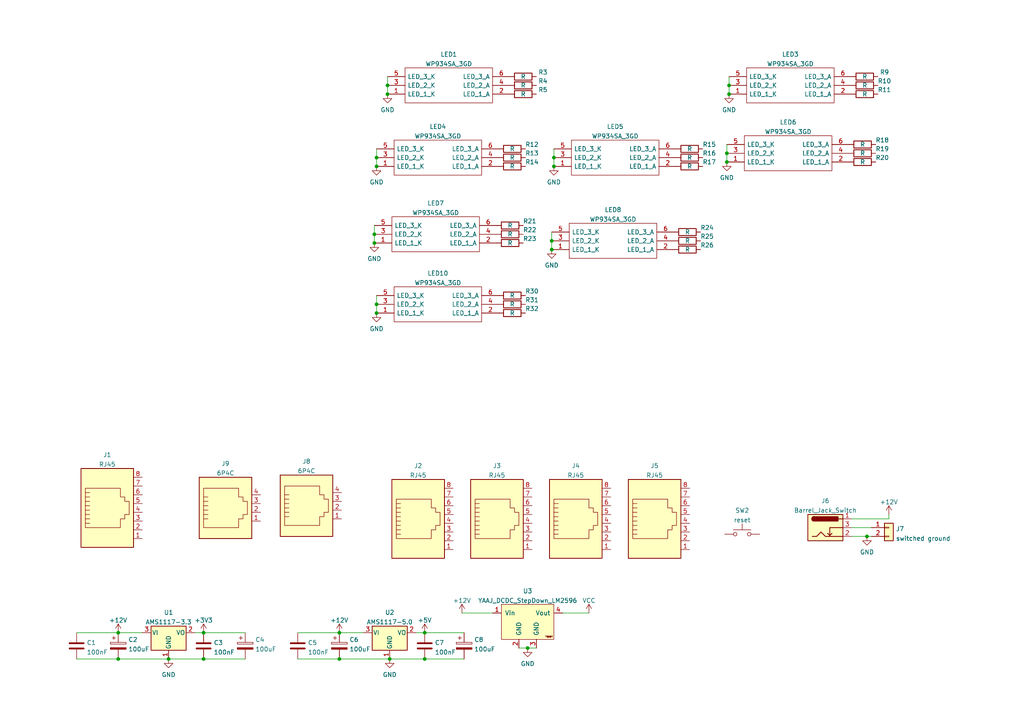
<source format=kicad_sch>
(kicad_sch (version 20211123) (generator eeschema)
  (paper "A4")
  (lib_symbols
    (symbol "Connector:6P4C" (pin_names (offset 1.016))
      (property "Reference" "J" (at -5.08 11.43 0))
      (property "Value" "6P4C" (at 2.54 11.43 0))
      (symbol "6P4C_0_1"
        (polyline (pts (xy -6.35 -1.905) (xy -5.08 -1.905) (xy -5.08 -1.905)))
        (polyline (pts (xy -6.35 -0.635) (xy -5.08 -0.635) (xy -5.08 -0.635)))
        (polyline (pts (xy -6.35 0.635) (xy -5.08 0.635) (xy -5.08 0.635)))
        (polyline (pts (xy -6.35 1.905) (xy -5.08 1.905) (xy -5.08 1.905)))
        (polyline (pts (xy -6.35 3.175) (xy -5.08 3.175) (xy -5.08 3.175)))
        (polyline (pts (xy -5.08 4.445) (xy -6.35 4.445) (xy -6.35 4.445)))
        (polyline (pts (xy -6.35 -4.445) (xy -6.35 6.985) (xy 3.81 6.985) (xy 3.81 4.445) (xy 5.08 4.445) (xy 5.08 3.175) (xy 6.35 3.175) (xy 6.35 -0.635) (xy 5.08 -0.635) (xy 5.08 -1.905) (xy 3.81 -1.905) (xy 3.81 -4.445) (xy -6.35 -4.445) (xy -6.35 -4.445)))
        (rectangle (start 7.62 10.16) (end -7.62 -7.62) (stroke (width 0.254)) (fill (type background)))
      )
      (symbol "6P4C_1_1"
        (pin passive line (at 10.16 -2.54 180) (length 2.54) (name "~") (number "1"))
        (pin passive line (at 10.16 0 180) (length 2.54) (name "~") (number "2"))
        (pin passive line (at 10.16 2.54 180) (length 2.54) (name "~") (number "3"))
        (pin passive line (at 10.16 5.08 180) (length 2.54) (name "~") (number "4"))
      )
    )
    (symbol "Connector:Barrel_Jack_Switch" (pin_names hide)
      (property "Reference" "J" (at 0 5.334 0))
      (property "Value" "Barrel_Jack_Switch" (at 0 -5.08 0))
      (symbol "Barrel_Jack_Switch_0_1"
        (rectangle (start -5.08 3.81) (end 5.08 -3.81) (stroke (width 0.254)) (fill (type background)))
        (arc (start -3.302 3.175) (mid -3.937 2.54) (end -3.302 1.905) (stroke (width 0.254)))
        (arc (start -3.302 3.175) (mid -3.937 2.54) (end -3.302 1.905) (stroke (width 0.254)) (fill (type outline)))
        (polyline (pts (xy 1.27 -2.286) (xy 1.905 -1.651)) (stroke (width 0.254)))
        (polyline (pts (xy 5.08 2.54) (xy 3.81 2.54)) (stroke (width 0.254)))
        (polyline (pts (xy 5.08 0) (xy 1.27 0) (xy 1.27 -2.286) (xy 0.635 -1.651)) (stroke (width 0.254)))
        (polyline (pts (xy -3.81 -2.54) (xy -2.54 -2.54) (xy -1.27 -1.27) (xy 0 -2.54) (xy 2.54 -2.54) (xy 5.08 -2.54)) (stroke (width 0.254)))
        (rectangle (start 3.683 3.175) (end -3.302 1.905) (stroke (width 0.254)) (fill (type outline)))
      )
      (symbol "Barrel_Jack_Switch_1_1"
        (pin passive line (at 7.62 2.54 180) (length 2.54) (name "~") (number "1"))
        (pin passive line (at 7.62 -2.54 180) (length 2.54) (name "~") (number "2"))
        (pin passive line (at 7.62 0 180) (length 2.54) (name "~") (number "3"))
      )
    )
    (symbol "Connector:RJ45" (pin_names (offset 1.016))
      (property "Reference" "J" (at -5.08 13.97 0))
      (property "Value" "RJ45" (at 2.54 13.97 0))
      (symbol "RJ45_0_1"
        (polyline (pts (xy -5.08 4.445) (xy -6.35 4.445)))
        (polyline (pts (xy -5.08 5.715) (xy -6.35 5.715)))
        (polyline (pts (xy -6.35 -3.175) (xy -5.08 -3.175) (xy -5.08 -3.175)))
        (polyline (pts (xy -6.35 -1.905) (xy -5.08 -1.905) (xy -5.08 -1.905)))
        (polyline (pts (xy -6.35 -0.635) (xy -5.08 -0.635) (xy -5.08 -0.635)))
        (polyline (pts (xy -6.35 0.635) (xy -5.08 0.635) (xy -5.08 0.635)))
        (polyline (pts (xy -6.35 1.905) (xy -5.08 1.905) (xy -5.08 1.905)))
        (polyline (pts (xy -5.08 3.175) (xy -6.35 3.175) (xy -6.35 3.175)))
        (polyline (pts (xy -6.35 -4.445) (xy -6.35 6.985) (xy 3.81 6.985) (xy 3.81 4.445) (xy 5.08 4.445) (xy 5.08 3.175) (xy 6.35 3.175) (xy 6.35 -0.635) (xy 5.08 -0.635) (xy 5.08 -1.905) (xy 3.81 -1.905) (xy 3.81 -4.445) (xy -6.35 -4.445) (xy -6.35 -4.445)))
        (rectangle (start 7.62 12.7) (end -7.62 -10.16) (stroke (width 0.254)) (fill (type background)))
      )
      (symbol "RJ45_1_1"
        (pin passive line (at 10.16 -7.62 180) (length 2.54) (name "~") (number "1"))
        (pin passive line (at 10.16 -5.08 180) (length 2.54) (name "~") (number "2"))
        (pin passive line (at 10.16 -2.54 180) (length 2.54) (name "~") (number "3"))
        (pin passive line (at 10.16 0 180) (length 2.54) (name "~") (number "4"))
        (pin passive line (at 10.16 2.54 180) (length 2.54) (name "~") (number "5"))
        (pin passive line (at 10.16 5.08 180) (length 2.54) (name "~") (number "6"))
        (pin passive line (at 10.16 7.62 180) (length 2.54) (name "~") (number "7"))
        (pin passive line (at 10.16 10.16 180) (length 2.54) (name "~") (number "8"))
      )
    )
    (symbol "Connector_Generic:Conn_01x02" (pin_names (offset 1.016) hide)
      (property "Reference" "J" (at 0 2.54 0))
      (property "Value" "Conn_01x02" (at 0 -5.08 0))
      (symbol "Conn_01x02_1_1"
        (rectangle (start -1.27 -2.413) (end 0 -2.667) (stroke (width 0.1524)))
        (rectangle (start -1.27 0.127) (end 0 -0.127) (stroke (width 0.1524)))
        (rectangle (start -1.27 1.27) (end 1.27 -3.81) (stroke (width 0.254)) (fill (type background)))
        (pin passive line (at -5.08 0 0) (length 3.81) (name "Pin_1") (number "1"))
        (pin passive line (at -5.08 -2.54 0) (length 3.81) (name "Pin_2") (number "2"))
      )
    )
    (symbol "Device:C" (pin_numbers hide) (pin_names (offset 0.254))
      (property "Reference" "C" (at 0.635 2.54 0))
      (property "Value" "C" (at 0.635 -2.54 0))
      (symbol "C_0_1"
        (polyline (pts (xy -2.032 -0.762) (xy 2.032 -0.762)) (stroke (width 0.508)))
        (polyline (pts (xy -2.032 0.762) (xy 2.032 0.762)) (stroke (width 0.508)))
      )
      (symbol "C_1_1"
        (pin passive line (at 0 3.81 270) (length 2.794) (name "~") (number "1"))
        (pin passive line (at 0 -3.81 90) (length 2.794) (name "~") (number "2"))
      )
    )
    (symbol "Device:C_Polarized" (pin_numbers hide) (pin_names (offset 0.254))
      (property "Reference" "C" (at 0.635 2.54 0))
      (property "Value" "C_Polarized" (at 0.635 -2.54 0))
      (symbol "C_Polarized_0_1"
        (rectangle (start -2.286 0.508) (end 2.286 1.016))
        (polyline (pts (xy -1.778 2.286) (xy -0.762 2.286)))
        (polyline (pts (xy -1.27 2.794) (xy -1.27 1.778)))
        (rectangle (start 2.286 -0.508) (end -2.286 -1.016) (fill (type outline)))
      )
      (symbol "C_Polarized_1_1"
        (pin passive line (at 0 3.81 270) (length 2.794) (name "~") (number "1"))
        (pin passive line (at 0 -3.81 90) (length 2.794) (name "~") (number "2"))
      )
    )
    (symbol "Device:R" (pin_numbers hide) (pin_names (offset 0))
      (property "Reference" "R" (at 2.032 0 90))
      (property "Value" "R" (at 0 0 90))
      (symbol "R_0_1"
        (rectangle (start -1.016 -2.54) (end 1.016 2.54) (stroke (width 0.254)))
      )
      (symbol "R_1_1"
        (pin passive line (at 0 3.81 270) (length 1.27) (name "~") (number "1"))
        (pin passive line (at 0 -3.81 90) (length 1.27) (name "~") (number "2"))
      )
    )
    (symbol "Evan's misc parts:WP934SA_3GD" (pin_names (offset 0.762))
      (property "Reference" "LED" (at 31.75 7.62 0))
      (property "Value" "WP934SA_3GD" (at 31.75 5.08 0))
      (symbol "WP934SA_3GD_0_0"
        (pin passive line (at 0 -5.08 0) (length 5.08) (name "LED_1_K") (number "1"))
        (pin passive line (at 35.56 -5.08 180) (length 5.08) (name "LED_1_A") (number "2"))
        (pin passive line (at 0 -2.54 0) (length 5.08) (name "LED_2_K") (number "3"))
        (pin passive line (at 35.56 -2.54 180) (length 5.08) (name "LED_2_A") (number "4"))
        (pin passive line (at 0 0 0) (length 5.08) (name "LED_3_K") (number "5"))
        (pin passive line (at 35.56 0 180) (length 5.08) (name "LED_3_A") (number "6"))
      )
      (symbol "WP934SA_3GD_0_1"
        (polyline (pts (xy 5.08 2.54) (xy 30.48 2.54) (xy 30.48 -7.62) (xy 5.08 -7.62) (xy 5.08 2.54)) (stroke (width 0.1524)))
      )
    )
    (symbol "Evan's misc parts:YAAJ_DCDC_StepDown_LM2596" (pin_names (offset 1.016))
      (property "Reference" "U" (at -5.08 6.35 0))
      (property "Value" "YAAJ_DCDC_StepDown_LM2596" (at 0 11.43 0))
      (symbol "YAAJ_DCDC_StepDown_LM2596_0_1"
        (rectangle (start -7.62 5.08) (end 7.62 -5.08) (fill (type background)))
      )
      (symbol "YAAJ_DCDC_StepDown_LM2596_1_1"
        (text "Y@@V" (at 6.1976 -4.2672 0) (effects (font (size 0.508 0.508))))
        (pin power_in line (at -10.16 2.54 0) (length 2.54) (name "Vin") (number "1"))
        (pin power_in line (at -2.54 -7.62 90) (length 2.54) (name "GND") (number "2"))
        (pin power_in line (at 2.54 -7.62 90) (length 2.54) (name "GND") (number "3"))
        (pin power_out line (at 10.16 2.54 180) (length 2.54) (name "Vout") (number "4"))
      )
    )
    (symbol "Regulator_Linear:AMS1117-3.3" (pin_names (offset 0.254))
      (property "Reference" "U" (at -3.81 3.175 0))
      (property "Value" "AMS1117-3.3" (at 0 3.175 0))
      (symbol "AMS1117-3.3_0_1"
        (rectangle (start -5.08 -5.08) (end 5.08 1.905) (stroke (width 0.254)) (fill (type background)))
      )
      (symbol "AMS1117-3.3_1_1"
        (pin power_in line (at 0 -7.62 90) (length 2.54) (name "GND") (number "1"))
        (pin power_out line (at 7.62 0 180) (length 2.54) (name "VO") (number "2"))
        (pin power_in line (at -7.62 0 0) (length 2.54) (name "VI") (number "3"))
      )
    )
    (symbol "Regulator_Linear:AMS1117-5.0" (pin_names (offset 0.254))
      (property "Reference" "U" (at -3.81 3.175 0))
      (property "Value" "AMS1117-5.0" (at 0 3.175 0))
      (symbol "AMS1117-5.0_0_1"
        (rectangle (start -5.08 -5.08) (end 5.08 1.905) (stroke (width 0.254)) (fill (type background)))
      )
      (symbol "AMS1117-5.0_1_1"
        (pin power_in line (at 0 -7.62 90) (length 2.54) (name "GND") (number "1"))
        (pin power_out line (at 7.62 0 180) (length 2.54) (name "VO") (number "2"))
        (pin power_in line (at -7.62 0 0) (length 2.54) (name "VI") (number "3"))
      )
    )
    (symbol "Switch:SW_Push" (pin_numbers hide) (pin_names (offset 1.016) hide)
      (property "Reference" "SW" (at 1.27 2.54 0))
      (property "Value" "SW_Push" (at 0 -1.524 0))
      (symbol "SW_Push_0_1"
        (circle (center -2.032 0) (radius 0.508))
        (polyline (pts (xy 0 1.27) (xy 0 3.048)))
        (polyline (pts (xy 2.54 1.27) (xy -2.54 1.27)))
        (circle (center 2.032 0) (radius 0.508))
        (pin passive line (at -5.08 0 0) (length 2.54) (name "1") (number "1"))
        (pin passive line (at 5.08 0 180) (length 2.54) (name "2") (number "2"))
      )
    )
    (symbol "power:+12V" (power) (pin_names (offset 0))
      (property "Value" "+12V" (at 0 3.556 0))
      (symbol "+12V_0_1"
        (polyline (pts (xy -0.762 1.27) (xy 0 2.54)))
        (polyline (pts (xy 0 0) (xy 0 2.54)))
        (polyline (pts (xy 0 2.54) (xy 0.762 1.27)))
      )
      (symbol "+12V_1_1"
        (pin power_in line (at 0 0 90) (length 0) hide (name "+12V") (number "1"))
      )
    )
    (symbol "power:+3.3V" (power) (pin_names (offset 0))
      (property "Value" "+3.3V" (at 0 3.556 0))
      (symbol "+3.3V_0_1"
        (polyline (pts (xy -0.762 1.27) (xy 0 2.54)))
        (polyline (pts (xy 0 0) (xy 0 2.54)))
        (polyline (pts (xy 0 2.54) (xy 0.762 1.27)))
      )
      (symbol "+3.3V_1_1"
        (pin power_in line (at 0 0 90) (length 0) hide (name "+3V3") (number "1"))
      )
    )
    (symbol "power:+5V" (power) (pin_names (offset 0))
      (property "Value" "+5V" (at 0 3.556 0))
      (symbol "+5V_0_1"
        (polyline (pts (xy -0.762 1.27) (xy 0 2.54)))
        (polyline (pts (xy 0 0) (xy 0 2.54)))
        (polyline (pts (xy 0 2.54) (xy 0.762 1.27)))
      )
      (symbol "+5V_1_1"
        (pin power_in line (at 0 0 90) (length 0) hide (name "+5V") (number "1"))
      )
    )
    (symbol "power:GND" (power) (pin_names (offset 0))
      (property "Value" "GND" (at 0 -3.81 0))
      (symbol "GND_0_1"
        (polyline (pts (xy 0 0) (xy 0 -1.27) (xy 1.27 -1.27) (xy 0 -2.54) (xy -1.27 -1.27) (xy 0 -1.27)))
      )
      (symbol "GND_1_1"
        (pin power_in line (at 0 0 270) (length 0) hide (name "GND") (number "1"))
      )
    )
    (symbol "power:VCC" (power) (pin_names (offset 0))
      (property "Value" "VCC" (at 0 3.81 0))
      (symbol "VCC_0_1"
        (polyline (pts (xy -0.762 1.27) (xy 0 2.54)))
        (polyline (pts (xy 0 0) (xy 0 2.54)))
        (polyline (pts (xy 0 2.54) (xy 0.762 1.27)))
      )
      (symbol "VCC_1_1"
        (pin power_in line (at 0 0 90) (length 0) hide (name "VCC") (number "1"))
      )
    )
  )
  (junction (at 59.055 183.515))
  (junction (at 109.22 48.26))
  (junction (at 153.035 187.96))
  (junction (at 109.22 90.805))
  (junction (at 160.02 72.39))
  (junction (at 48.895 191.135))
  (junction (at 210.82 44.45))
  (junction (at 112.395 27.305))
  (junction (at 210.82 46.99))
  (junction (at 109.22 45.72))
  (junction (at 34.29 191.135))
  (junction (at 34.29 183.515))
  (junction (at 160.02 69.85))
  (junction (at 108.585 67.945))
  (junction (at 123.19 183.515))
  (junction (at 98.425 191.135))
  (junction (at 59.055 191.135))
  (junction (at 211.455 27.305))
  (junction (at 98.425 183.515))
  (junction (at 113.03 191.135))
  (junction (at 211.455 24.765))
  (junction (at 112.395 24.765))
  (junction (at 109.22 88.265))
  (junction (at 160.655 48.26))
  (junction (at 251.46 155.575))
  (junction (at 108.585 70.485))
  (junction (at 160.655 45.72))
  (junction (at 123.19 191.135))
  (wire (pts (xy 252.73 155.575) (xy 251.46 155.575)))
  (wire (pts (xy 112.395 24.765) (xy 112.395 27.305)))
  (wire (pts (xy 160.655 45.72) (xy 160.655 48.26)))
  (wire (pts (xy 210.82 44.45) (xy 210.82 46.99)))
  (wire (pts (xy 59.055 183.515) (xy 71.12 183.515)))
  (wire (pts (xy 211.455 22.225) (xy 211.455 24.765)))
  (wire (pts (xy 86.36 191.135) (xy 98.425 191.135)))
  (wire (pts (xy 86.36 183.515) (xy 98.425 183.515)))
  (wire (pts (xy 109.22 85.725) (xy 109.22 88.265)))
  (wire (pts (xy 160.02 67.31) (xy 160.02 69.85)))
  (wire (pts (xy 108.585 67.945) (xy 108.585 70.485)))
  (wire (pts (xy 48.895 191.135) (xy 59.055 191.135)))
  (wire (pts (xy 170.815 177.8) (xy 163.195 177.8)))
  (wire (pts (xy 108.585 65.405) (xy 108.585 67.945)))
  (wire (pts (xy 109.22 43.18) (xy 109.22 45.72)))
  (wire (pts (xy 153.035 187.96) (xy 155.575 187.96)))
  (wire (pts (xy 34.29 183.515) (xy 41.275 183.515)))
  (wire (pts (xy 98.425 183.515) (xy 105.41 183.515)))
  (wire (pts (xy 113.03 191.135) (xy 123.19 191.135)))
  (wire (pts (xy 123.19 191.135) (xy 134.62 191.135)))
  (wire (pts (xy 34.29 191.135) (xy 48.895 191.135)))
  (wire (pts (xy 22.225 183.515) (xy 34.29 183.515)))
  (wire (pts (xy 257.81 149.225) (xy 257.81 150.495)))
  (wire (pts (xy 56.515 183.515) (xy 59.055 183.515)))
  (wire (pts (xy 109.22 45.72) (xy 109.22 48.26)))
  (wire (pts (xy 247.015 150.495) (xy 257.81 150.495)))
  (wire (pts (xy 252.73 153.035) (xy 247.015 153.035)))
  (wire (pts (xy 59.055 191.135) (xy 71.12 191.135)))
  (wire (pts (xy 112.395 22.225) (xy 112.395 24.765)))
  (wire (pts (xy 133.985 177.8) (xy 142.875 177.8)))
  (wire (pts (xy 109.22 88.265) (xy 109.22 90.805)))
  (wire (pts (xy 123.19 183.515) (xy 134.62 183.515)))
  (wire (pts (xy 210.82 41.91) (xy 210.82 44.45)))
  (wire (pts (xy 22.225 191.135) (xy 34.29 191.135)))
  (wire (pts (xy 153.035 187.96) (xy 150.495 187.96)))
  (wire (pts (xy 98.425 191.135) (xy 113.03 191.135)))
  (wire (pts (xy 120.65 183.515) (xy 123.19 183.515)))
  (wire (pts (xy 211.455 24.765) (xy 211.455 27.305)))
  (wire (pts (xy 251.46 155.575) (xy 247.015 155.575)))
  (wire (pts (xy 160.02 69.85) (xy 160.02 72.39)))
  (wire (pts (xy 160.655 43.18) (xy 160.655 45.72)))
  (symbol (lib_id "Device:R") (at 147.955 65.405 90) (unit 1)
    (property "Reference" "R21" (at 153.67 64.135 90))
    (property "Value" "R" (at 147.955 65.405 90))
    (property "Footprint" "Resistor_SMD:R_0603_1608Metric" (effects hide))
  )
  (symbol (lib_id "Connector:RJ45") (at 144.145 151.765 0) (unit 1)
    (property "Reference" "J3" (at 144.145 135.0985 0))
    (property "Value" "RJ45" (at 144.145 137.8736 0))
    (property "Footprint" "Connector_RJ:RJ45_Amphenol_54602-x08_Horizontal" (effects hide))
  )
  (symbol (lib_id "power:GND") (at 112.395 27.305 0) (unit 1)
    (property "Reference" "#PWR02" (effects hide))
    (property "Value" "GND" (at 112.395 31.8675 0))
  )
  (symbol (lib_id "Connector:6P4C") (at 88.9 147.955 0) (unit 1)
    (property "Reference" "J8" (at 88.9 133.8285 0))
    (property "Value" "6P4C" (at 88.9 136.6036 0))
    (property "Footprint" "Connector_RJ:RJ14_Connfly_DS1133-S4_Horizontal" (effects hide))
  )
  (symbol (lib_id "Evan's misc parts:WP934SA_3GD") (at 210.82 41.91 0) (unit 1)
    (property "Reference" "LED6" (at 228.6 35.4543 0))
    (property "Value" "WP934SA_3GD" (at 228.6 38.2294 0))
    (property "Footprint" "Evan's misc parts:WP934SA3ID" (effects hide))
    (property "Datasheet" "https://www.kingbrightusa.com/images/catalog/SPEC/WP934SA-3GD.pdf" (effects hide))
    (property "Description" "Kingbright WP934SA/3GD, Green Right Angle PCB LED Indicator, 3 LEDs 3mm (T-1), PCB Mount" (effects hide))
    (property "Height" "15.49" (effects hide))
    (property "Mouser Part Number" "604-WP934SA3GD" (effects hide))
    (property "Mouser Price/Stock" "https://www.mouser.co.uk/ProductDetail/Kingbright/WP934SA-3GD?qs=58z0TXQGVSQQiZBXtZ%2FRVw%3D%3D" (effects hide))
    (property "Manufacturer_Name" "Kingbright" (effects hide))
    (property "Manufacturer_Part_Number" "WP934SA/3GD" (effects hide))
  )
  (symbol (lib_id "Evan's misc parts:WP934SA_3GD") (at 211.455 22.225 0) (unit 1)
    (property "Reference" "LED3" (at 229.235 15.7693 0))
    (property "Value" "WP934SA_3GD" (at 229.235 18.5444 0))
    (property "Footprint" "Evan's misc parts:WP934SA3ID" (effects hide))
    (property "Datasheet" "https://www.kingbrightusa.com/images/catalog/SPEC/WP934SA-3GD.pdf" (effects hide))
    (property "Description" "Kingbright WP934SA/3GD, Green Right Angle PCB LED Indicator, 3 LEDs 3mm (T-1), PCB Mount" (effects hide))
    (property "Height" "15.49" (effects hide))
    (property "Mouser Part Number" "604-WP934SA3GD" (effects hide))
    (property "Mouser Price/Stock" "https://www.mouser.co.uk/ProductDetail/Kingbright/WP934SA-3GD?qs=58z0TXQGVSQQiZBXtZ%2FRVw%3D%3D" (effects hide))
    (property "Manufacturer_Name" "Kingbright" (effects hide))
    (property "Manufacturer_Part_Number" "WP934SA/3GD" (effects hide))
  )
  (symbol (lib_id "power:GND") (at 109.22 90.805 0) (unit 1)
    (property "Reference" "#PWR021" (effects hide))
    (property "Value" "GND" (at 109.22 95.3675 0))
  )
  (symbol (lib_id "Device:R") (at 148.59 43.18 90) (unit 1)
    (property "Reference" "R12" (at 154.305 41.91 90))
    (property "Value" "R" (at 148.59 43.18 90))
    (property "Footprint" "Resistor_SMD:R_0603_1608Metric" (effects hide))
  )
  (symbol (lib_id "power:GND") (at 160.02 72.39 0) (unit 1)
    (property "Reference" "#PWR019" (effects hide))
    (property "Value" "GND" (at 160.02 76.9525 0))
  )
  (symbol (lib_id "Device:R") (at 148.59 45.72 90) (unit 1)
    (property "Reference" "R13" (at 154.305 44.45 90))
    (property "Value" "R" (at 148.59 45.72 90))
    (property "Footprint" "Resistor_SMD:R_0603_1608Metric" (effects hide))
  )
  (symbol (lib_id "Device:R") (at 199.39 67.31 90) (unit 1)
    (property "Reference" "R24" (at 205.105 66.04 90))
    (property "Value" "R" (at 199.39 67.31 90))
    (property "Footprint" "Resistor_SMD:R_0603_1608Metric" (effects hide))
  )
  (symbol (lib_id "Device:R") (at 148.59 85.725 90) (unit 1)
    (property "Reference" "R30" (at 154.305 84.455 90))
    (property "Value" "R" (at 148.59 85.725 90))
    (property "Footprint" "Resistor_SMD:R_0603_1608Metric" (effects hide))
  )
  (symbol (lib_id "power:GND") (at 153.035 187.96 0) (unit 1)
    (property "Reference" "#PWR017" (effects hide))
    (property "Value" "GND" (at 153.035 192.5225 0))
  )
  (symbol (lib_id "Device:R") (at 148.59 90.805 90) (unit 1)
    (property "Reference" "R32" (at 154.305 89.535 90))
    (property "Value" "R" (at 148.59 90.805 90))
    (property "Footprint" "Resistor_SMD:R_0603_1608Metric" (effects hide))
  )
  (symbol (lib_id "Connector:RJ45") (at 189.865 151.765 0) (unit 1)
    (property "Reference" "J5" (at 189.865 135.0985 0))
    (property "Value" "RJ45" (at 189.865 137.8736 0))
    (property "Footprint" "Connector_RJ:RJ45_Amphenol_54602-x08_Horizontal" (effects hide))
  )
  (symbol (lib_id "power:GND") (at 251.46 155.575 0) (unit 1)
    (property "Reference" "#PWR025" (effects hide))
    (property "Value" "GND" (at 251.46 160.1375 0))
  )
  (symbol (lib_id "Device:R") (at 151.765 24.765 90) (unit 1)
    (property "Reference" "R4" (at 157.48 23.495 90))
    (property "Value" "R" (at 151.765 24.765 90))
    (property "Footprint" "Resistor_SMD:R_0603_1608Metric" (effects hide))
  )
  (symbol (lib_id "power:+3.3V") (at 59.055 183.515 0) (unit 1)
    (property "Reference" "#PWR06" (effects hide))
    (property "Value" "+3.3V" (at 59.055 179.9105 0))
  )
  (symbol (lib_id "Device:R") (at 200.025 45.72 90) (unit 1)
    (property "Reference" "R16" (at 205.74 44.45 90))
    (property "Value" "R" (at 200.025 45.72 90))
    (property "Footprint" "Resistor_SMD:R_0603_1608Metric" (effects hide))
  )
  (symbol (lib_id "Evan's misc parts:WP934SA_3GD") (at 112.395 22.225 0) (unit 1)
    (property "Reference" "LED1" (at 130.175 15.7693 0))
    (property "Value" "WP934SA_3GD" (at 130.175 18.5444 0))
    (property "Footprint" "Evan's misc parts:WP934SA3ID" (effects hide))
    (property "Datasheet" "https://www.kingbrightusa.com/images/catalog/SPEC/WP934SA-3GD.pdf" (effects hide))
    (property "Description" "Kingbright WP934SA/3GD, Green Right Angle PCB LED Indicator, 3 LEDs 3mm (T-1), PCB Mount" (effects hide))
    (property "Height" "15.49" (effects hide))
    (property "Mouser Part Number" "604-WP934SA3GD" (effects hide))
    (property "Mouser Price/Stock" "https://www.mouser.co.uk/ProductDetail/Kingbright/WP934SA-3GD?qs=58z0TXQGVSQQiZBXtZ%2FRVw%3D%3D" (effects hide))
    (property "Manufacturer_Name" "Kingbright" (effects hide))
    (property "Manufacturer_Part_Number" "WP934SA/3GD" (effects hide))
  )
  (symbol (lib_id "power:GND") (at 108.585 70.485 0) (unit 1)
    (property "Reference" "#PWR015" (effects hide))
    (property "Value" "GND" (at 108.585 75.0475 0))
  )
  (symbol (lib_id "power:GND") (at 113.03 191.135 0) (unit 1)
    (property "Reference" "#PWR08" (effects hide))
    (property "Value" "GND" (at 113.03 195.6975 0))
  )
  (symbol (lib_id "power:GND") (at 211.455 27.305 0) (unit 1)
    (property "Reference" "#PWR011" (effects hide))
    (property "Value" "GND" (at 211.455 31.8675 0))
  )
  (symbol (lib_id "power:GND") (at 160.655 48.26 0) (unit 1)
    (property "Reference" "#PWR013" (effects hide))
    (property "Value" "GND" (at 160.655 52.8225 0))
  )
  (symbol (lib_id "Connector:RJ45") (at 31.115 148.59 0) (unit 1)
    (property "Reference" "J1" (at 31.115 131.9235 0))
    (property "Value" "RJ45" (at 31.115 134.6986 0))
    (property "Footprint" "Connector_RJ:RJ45_Amphenol_54602-x08_Horizontal" (effects hide))
  )
  (symbol (lib_id "Device:R") (at 147.955 67.945 90) (unit 1)
    (property "Reference" "R22" (at 153.67 66.675 90))
    (property "Value" "R" (at 147.955 67.945 90))
    (property "Footprint" "Resistor_SMD:R_0603_1608Metric" (effects hide))
  )
  (symbol (lib_id "power:VCC") (at 170.815 177.8 0) (unit 1)
    (property "Reference" "#PWR018" (effects hide))
    (property "Value" "VCC" (at 170.815 174.1955 0))
  )
  (symbol (lib_id "Device:C_Polarized") (at 34.29 187.325 0) (unit 1)
    (property "Reference" "C2" (at 37.211 185.5275 0) (effects (justify left)))
    (property "Value" "100uF" (at 37.211 188.3026 0) (effects (justify left)))
    (property "Footprint" "Capacitor_THT:CP_Radial_D5.0mm_P2.00mm" (effects hide))
  )
  (symbol (lib_id "Device:R") (at 250.825 22.225 90) (unit 1)
    (property "Reference" "R9" (at 256.54 20.955 90))
    (property "Value" "R" (at 250.825 22.225 90))
    (property "Footprint" "Resistor_SMD:R_0603_1608Metric" (effects hide))
  )
  (symbol (lib_id "Device:C_Polarized") (at 98.425 187.325 0) (unit 1)
    (property "Reference" "C6" (at 101.346 185.5275 0) (effects (justify left)))
    (property "Value" "100uF" (at 101.346 188.3026 0) (effects (justify left)))
    (property "Footprint" "Capacitor_THT:CP_Radial_D5.0mm_P2.00mm" (effects hide))
  )
  (symbol (lib_id "Device:R") (at 250.825 27.305 90) (unit 1)
    (property "Reference" "R11" (at 256.54 26.035 90))
    (property "Value" "R" (at 250.825 27.305 90))
    (property "Footprint" "Resistor_SMD:R_0603_1608Metric" (effects hide))
  )
  (symbol (lib_id "Connector:RJ45") (at 167.005 151.765 0) (unit 1)
    (property "Reference" "J4" (at 167.005 135.0985 0))
    (property "Value" "RJ45" (at 167.005 137.8736 0))
    (property "Footprint" "Connector_RJ:RJ45_Amphenol_54602-x08_Horizontal" (effects hide))
  )
  (symbol (lib_id "Device:R") (at 250.19 46.99 90) (unit 1)
    (property "Reference" "R20" (at 255.905 45.72 90))
    (property "Value" "R" (at 250.19 46.99 90))
    (property "Footprint" "Resistor_SMD:R_0603_1608Metric" (effects hide))
  )
  (symbol (lib_id "Device:R") (at 151.765 27.305 90) (unit 1)
    (property "Reference" "R5" (at 157.48 26.035 90))
    (property "Value" "R" (at 151.765 27.305 90))
    (property "Footprint" "Resistor_SMD:R_0603_1608Metric" (effects hide))
  )
  (symbol (lib_id "Evan's misc parts:WP934SA_3GD") (at 109.22 43.18 0) (unit 1)
    (property "Reference" "LED4" (at 127 36.7243 0))
    (property "Value" "WP934SA_3GD" (at 127 39.4994 0))
    (property "Footprint" "Evan's misc parts:WP934SA3ID" (effects hide))
    (property "Datasheet" "https://www.kingbrightusa.com/images/catalog/SPEC/WP934SA-3GD.pdf" (effects hide))
    (property "Description" "Kingbright WP934SA/3GD, Green Right Angle PCB LED Indicator, 3 LEDs 3mm (T-1), PCB Mount" (effects hide))
    (property "Height" "15.49" (effects hide))
    (property "Mouser Part Number" "604-WP934SA3GD" (effects hide))
    (property "Mouser Price/Stock" "https://www.mouser.co.uk/ProductDetail/Kingbright/WP934SA-3GD?qs=58z0TXQGVSQQiZBXtZ%2FRVw%3D%3D" (effects hide))
    (property "Manufacturer_Name" "Kingbright" (effects hide))
    (property "Manufacturer_Part_Number" "WP934SA/3GD" (effects hide))
  )
  (symbol (lib_id "Device:R") (at 200.025 48.26 90) (unit 1)
    (property "Reference" "R17" (at 205.74 46.99 90))
    (property "Value" "R" (at 200.025 48.26 90))
    (property "Footprint" "Resistor_SMD:R_0603_1608Metric" (effects hide))
  )
  (symbol (lib_id "Device:R") (at 250.825 24.765 90) (unit 1)
    (property "Reference" "R10" (at 256.54 23.495 90))
    (property "Value" "R" (at 250.825 24.765 90))
    (property "Footprint" "Resistor_SMD:R_0603_1608Metric" (effects hide))
  )
  (symbol (lib_id "Device:R") (at 147.955 70.485 90) (unit 1)
    (property "Reference" "R23" (at 153.67 69.215 90))
    (property "Value" "R" (at 147.955 70.485 90))
    (property "Footprint" "Resistor_SMD:R_0603_1608Metric" (effects hide))
  )
  (symbol (lib_id "Device:C_Polarized") (at 71.12 187.325 0) (unit 1)
    (property "Reference" "C4" (at 74.041 185.5275 0) (effects (justify left)))
    (property "Value" "100uF" (at 74.041 188.3026 0) (effects (justify left)))
    (property "Footprint" "Capacitor_THT:CP_Radial_D5.0mm_P2.00mm" (effects hide))
  )
  (symbol (lib_id "power:+5V") (at 123.19 183.515 0) (unit 1)
    (property "Reference" "#PWR09" (effects hide))
    (property "Value" "+5V" (at 123.19 179.9105 0))
  )
  (symbol (lib_id "Device:C") (at 22.225 187.325 0) (unit 1)
    (property "Reference" "C1" (at 25.146 186.4165 0) (effects (justify left)))
    (property "Value" "100nF" (at 25.146 189.1916 0) (effects (justify left)))
    (property "Footprint" "Capacitor_SMD:C_0603_1608Metric" (effects hide))
  )
  (symbol (lib_id "Connector:Barrel_Jack_Switch") (at 239.395 153.035 0) (unit 1)
    (property "Reference" "J6" (at 239.395 145.2585 0))
    (property "Value" "Barrel_Jack_Switch" (at 239.395 148.0336 0))
    (property "Footprint" "Connector_BarrelJack:BarrelJack_Wuerth_6941xx301002" (effects hide))
  )
  (symbol (lib_id "power:+12V") (at 34.29 183.515 0) (unit 1)
    (property "Reference" "#PWR03" (effects hide))
    (property "Value" "+12V" (at 34.29 179.9105 0))
  )
  (symbol (lib_id "Connector:RJ45") (at 121.285 151.765 0) (unit 1)
    (property "Reference" "J2" (at 121.285 135.0985 0))
    (property "Value" "RJ45" (at 121.285 137.8736 0))
    (property "Footprint" "Connector_RJ:RJ45_Amphenol_54602-x08_Horizontal" (effects hide))
  )
  (symbol (lib_id "Device:R") (at 200.025 43.18 90) (unit 1)
    (property "Reference" "R15" (at 205.74 41.91 90))
    (property "Value" "R" (at 200.025 43.18 90))
    (property "Footprint" "Resistor_SMD:R_0603_1608Metric" (effects hide))
  )
  (symbol (lib_id "Evan's misc parts:YAAJ_DCDC_StepDown_LM2596") (at 153.035 180.34 0) (unit 1)
    (property "Reference" "U3" (at 153.035 171.4205 0))
    (property "Value" "YAAJ_DCDC_StepDown_LM2596" (at 153.035 174.1956 0))
    (property "Footprint" "Evan's misc parts:YAAJ_DCDC_StepDown_LM2596" (effects hide))
  )
  (symbol (lib_id "power:GND") (at 109.22 48.26 0) (unit 1)
    (property "Reference" "#PWR012" (effects hide))
    (property "Value" "GND" (at 109.22 52.8225 0))
  )
  (symbol (lib_id "Device:R") (at 148.59 48.26 90) (unit 1)
    (property "Reference" "R14" (at 154.305 46.99 90))
    (property "Value" "R" (at 148.59 48.26 90))
    (property "Footprint" "Resistor_SMD:R_0603_1608Metric" (effects hide))
  )
  (symbol (lib_id "Device:R") (at 250.19 44.45 90) (unit 1)
    (property "Reference" "R19" (at 255.905 43.18 90))
    (property "Value" "R" (at 250.19 44.45 90))
    (property "Footprint" "Resistor_SMD:R_0603_1608Metric" (effects hide))
  )
  (symbol (lib_id "Evan's misc parts:WP934SA_3GD") (at 109.22 85.725 0) (unit 1)
    (property "Reference" "LED10" (at 127 79.2693 0))
    (property "Value" "WP934SA_3GD" (at 127 82.0444 0))
    (property "Footprint" "Evan's misc parts:WP934SA3ID" (effects hide))
    (property "Datasheet" "https://www.kingbrightusa.com/images/catalog/SPEC/WP934SA-3GD.pdf" (effects hide))
    (property "Description" "Kingbright WP934SA/3GD, Green Right Angle PCB LED Indicator, 3 LEDs 3mm (T-1), PCB Mount" (effects hide))
    (property "Height" "15.49" (effects hide))
    (property "Mouser Part Number" "604-WP934SA3GD" (effects hide))
    (property "Mouser Price/Stock" "https://www.mouser.co.uk/ProductDetail/Kingbright/WP934SA-3GD?qs=58z0TXQGVSQQiZBXtZ%2FRVw%3D%3D" (effects hide))
    (property "Manufacturer_Name" "Kingbright" (effects hide))
    (property "Manufacturer_Part_Number" "WP934SA/3GD" (effects hide))
  )
  (symbol (lib_id "Connector:6P4C") (at 65.405 148.59 0) (unit 1)
    (property "Reference" "J9" (at 65.405 134.4635 0))
    (property "Value" "6P4C" (at 65.405 137.2386 0))
    (property "Footprint" "Connector_RJ:RJ14_Connfly_DS1133-S4_Horizontal" (effects hide))
  )
  (symbol (lib_id "Device:R") (at 199.39 72.39 90) (unit 1)
    (property "Reference" "R26" (at 205.105 71.12 90))
    (property "Value" "R" (at 199.39 72.39 90))
    (property "Footprint" "Resistor_SMD:R_0603_1608Metric" (effects hide))
  )
  (symbol (lib_id "Regulator_Linear:AMS1117-5.0") (at 113.03 183.515 0) (unit 1)
    (property "Reference" "U2" (at 113.03 177.6435 0))
    (property "Value" "AMS1117-5.0" (at 113.03 180.4186 0))
    (property "Footprint" "Package_TO_SOT_SMD:SOT-223-3_TabPin2" (effects hide))
    (property "Datasheet" "http://www.advanced-monolithic.com/pdf/ds1117.pdf" (effects hide))
  )
  (symbol (lib_id "Device:C_Polarized") (at 134.62 187.325 0) (unit 1)
    (property "Reference" "C8" (at 137.541 185.5275 0) (effects (justify left)))
    (property "Value" "100uF" (at 137.541 188.3026 0) (effects (justify left)))
    (property "Footprint" "Capacitor_THT:CP_Radial_D5.0mm_P2.00mm" (effects hide))
  )
  (symbol (lib_id "Evan's misc parts:WP934SA_3GD") (at 160.02 67.31 0) (unit 1)
    (property "Reference" "LED8" (at 177.8 60.8543 0))
    (property "Value" "WP934SA_3GD" (at 177.8 63.6294 0))
    (property "Footprint" "Evan's misc parts:WP934SA3ID" (effects hide))
    (property "Datasheet" "https://www.kingbrightusa.com/images/catalog/SPEC/WP934SA-3GD.pdf" (effects hide))
    (property "Description" "Kingbright WP934SA/3GD, Green Right Angle PCB LED Indicator, 3 LEDs 3mm (T-1), PCB Mount" (effects hide))
    (property "Height" "15.49" (effects hide))
    (property "Mouser Part Number" "604-WP934SA3GD" (effects hide))
    (property "Mouser Price/Stock" "https://www.mouser.co.uk/ProductDetail/Kingbright/WP934SA-3GD?qs=58z0TXQGVSQQiZBXtZ%2FRVw%3D%3D" (effects hide))
    (property "Manufacturer_Name" "Kingbright" (effects hide))
    (property "Manufacturer_Part_Number" "WP934SA/3GD" (effects hide))
  )
  (symbol (lib_id "Evan's misc parts:WP934SA_3GD") (at 108.585 65.405 0) (unit 1)
    (property "Reference" "LED7" (at 126.365 58.9493 0))
    (property "Value" "WP934SA_3GD" (at 126.365 61.7244 0))
    (property "Footprint" "Evan's misc parts:WP934SA3ID" (effects hide))
    (property "Datasheet" "https://www.kingbrightusa.com/images/catalog/SPEC/WP934SA-3GD.pdf" (effects hide))
    (property "Description" "Kingbright WP934SA/3GD, Green Right Angle PCB LED Indicator, 3 LEDs 3mm (T-1), PCB Mount" (effects hide))
    (property "Height" "15.49" (effects hide))
    (property "Mouser Part Number" "604-WP934SA3GD" (effects hide))
    (property "Mouser Price/Stock" "https://www.mouser.co.uk/ProductDetail/Kingbright/WP934SA-3GD?qs=58z0TXQGVSQQiZBXtZ%2FRVw%3D%3D" (effects hide))
    (property "Manufacturer_Name" "Kingbright" (effects hide))
    (property "Manufacturer_Part_Number" "WP934SA/3GD" (effects hide))
  )
  (symbol (lib_id "Device:R") (at 199.39 69.85 90) (unit 1)
    (property "Reference" "R25" (at 205.105 68.58 90))
    (property "Value" "R" (at 199.39 69.85 90))
    (property "Footprint" "Resistor_SMD:R_0603_1608Metric" (effects hide))
  )
  (symbol (lib_id "Switch:SW_Push") (at 215.265 154.94 0) (unit 1)
    (property "Reference" "SW2" (at 215.265 148.0525 0))
    (property "Value" "reset" (at 215.265 150.8276 0))
    (property "Footprint" "Button_Switch_THT:SW_Tactile_SPST_Angled_PTS645Vx58-2LFS" (effects hide))
  )
  (symbol (lib_id "Device:R") (at 151.765 22.225 90) (unit 1)
    (property "Reference" "R3" (at 157.48 20.955 90))
    (property "Value" "R" (at 151.765 22.225 90))
    (property "Footprint" "Resistor_SMD:R_0603_1608Metric" (effects hide))
  )
  (symbol (lib_id "power:+12V") (at 133.985 177.8 0) (unit 1)
    (property "Reference" "#PWR016" (effects hide))
    (property "Value" "+12V" (at 133.985 174.1955 0))
  )
  (symbol (lib_id "Device:C") (at 86.36 187.325 0) (unit 1)
    (property "Reference" "C5" (at 89.281 186.4165 0) (effects (justify left)))
    (property "Value" "100nF" (at 89.281 189.1916 0) (effects (justify left)))
    (property "Footprint" "Capacitor_SMD:C_0603_1608Metric" (effects hide))
  )
  (symbol (lib_id "Connector_Generic:Conn_01x02") (at 257.81 153.035 0) (unit 1)
    (property "Reference" "J7" (at 259.842 153.3965 0) (effects (justify left)))
    (property "Value" "switched ground" (at 259.842 156.1716 0) (effects (justify left)))
    (property "Footprint" "Connector_PinHeader_2.54mm:PinHeader_1x02_P2.54mm_Vertical" (effects hide))
  )
  (symbol (lib_id "power:+12V") (at 257.81 149.225 0) (unit 1)
    (property "Reference" "#PWR028" (effects hide))
    (property "Value" "+12V" (at 257.81 145.6205 0))
  )
  (symbol (lib_id "Device:R") (at 250.19 41.91 90) (unit 1)
    (property "Reference" "R18" (at 255.905 40.64 90))
    (property "Value" "R" (at 250.19 41.91 90))
    (property "Footprint" "Resistor_SMD:R_0603_1608Metric" (effects hide))
  )
  (symbol (lib_id "power:GND") (at 48.895 191.135 0) (unit 1)
    (property "Reference" "#PWR05" (effects hide))
    (property "Value" "GND" (at 48.895 195.6975 0))
  )
  (symbol (lib_id "power:GND") (at 210.82 46.99 0) (unit 1)
    (property "Reference" "#PWR014" (effects hide))
    (property "Value" "GND" (at 210.82 51.5525 0))
  )
  (symbol (lib_id "Device:C") (at 123.19 187.325 0) (unit 1)
    (property "Reference" "C7" (at 126.111 186.4165 0) (effects (justify left)))
    (property "Value" "100nF" (at 126.111 189.1916 0) (effects (justify left)))
    (property "Footprint" "Capacitor_SMD:C_0603_1608Metric" (effects hide))
  )
  (symbol (lib_id "Device:R") (at 148.59 88.265 90) (unit 1)
    (property "Reference" "R31" (at 154.305 86.995 90))
    (property "Value" "R" (at 148.59 88.265 90))
    (property "Footprint" "Resistor_SMD:R_0603_1608Metric" (effects hide))
  )
  (symbol (lib_id "Device:C") (at 59.055 187.325 0) (unit 1)
    (property "Reference" "C3" (at 61.976 186.4165 0) (effects (justify left)))
    (property "Value" "100nF" (at 61.976 189.1916 0) (effects (justify left)))
    (property "Footprint" "Capacitor_SMD:C_0603_1608Metric" (effects hide))
  )
  (symbol (lib_id "Regulator_Linear:AMS1117-3.3") (at 48.895 183.515 0) (unit 1)
    (property "Reference" "U1" (at 48.895 177.6435 0))
    (property "Value" "AMS1117-3.3" (at 48.895 180.4186 0))
    (property "Footprint" "Package_TO_SOT_SMD:SOT-223-3_TabPin2" (effects hide))
    (property "Datasheet" "http://www.advanced-monolithic.com/pdf/ds1117.pdf" (effects hide))
  )
  (symbol (lib_id "power:+12V") (at 98.425 183.515 0) (unit 1)
    (property "Reference" "#PWR07" (effects hide))
    (property "Value" "+12V" (at 98.425 179.9105 0))
  )
  (symbol (lib_id "Evan's misc parts:WP934SA_3GD") (at 160.655 43.18 0) (unit 1)
    (property "Reference" "LED5" (at 178.435 36.7243 0))
    (property "Value" "WP934SA_3GD" (at 178.435 39.4994 0))
    (property "Footprint" "Evan's misc parts:WP934SA3ID" (effects hide))
    (property "Datasheet" "https://www.kingbrightusa.com/images/catalog/SPEC/WP934SA-3GD.pdf" (effects hide))
    (property "Description" "Kingbright WP934SA/3GD, Green Right Angle PCB LED Indicator, 3 LEDs 3mm (T-1), PCB Mount" (effects hide))
    (property "Height" "15.49" (effects hide))
    (property "Mouser Part Number" "604-WP934SA3GD" (effects hide))
    (property "Mouser Price/Stock" "https://www.mouser.co.uk/ProductDetail/Kingbright/WP934SA-3GD?qs=58z0TXQGVSQQiZBXtZ%2FRVw%3D%3D" (effects hide))
    (property "Manufacturer_Name" "Kingbright" (effects hide))
    (property "Manufacturer_Part_Number" "WP934SA/3GD" (effects hide))
  )
)
</source>
